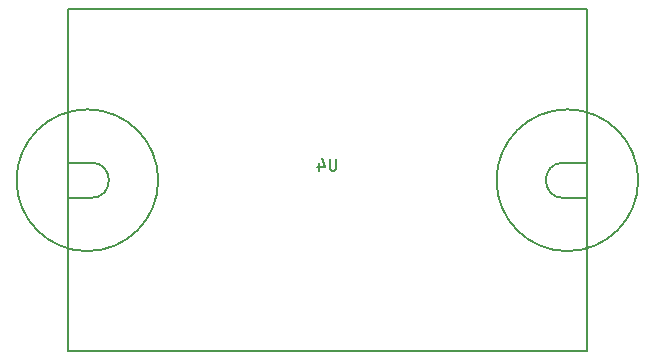
<source format=gbr>
G04 #@! TF.FileFunction,Legend,Bot*
%FSLAX46Y46*%
G04 Gerber Fmt 4.6, Leading zero omitted, Abs format (unit mm)*
G04 Created by KiCad (PCBNEW 4.0.1-2.fc23-product) date Fri 08 Jan 2016 07:43:49 PM MST*
%MOMM*%
G01*
G04 APERTURE LIST*
%ADD10C,0.100000*%
%ADD11C,0.150000*%
G04 APERTURE END LIST*
D10*
D11*
X125680000Y-97000000D02*
G75*
G03X125680000Y-97000000I-6000000J0D01*
G01*
X166320000Y-97000000D02*
G75*
G03X166320000Y-97000000I-6000000J0D01*
G01*
X160000000Y-98500000D02*
X162000000Y-98500000D01*
X160000000Y-95500000D02*
X162000000Y-95500000D01*
X120000000Y-95500000D02*
X118000000Y-95500000D01*
X120000000Y-98500000D02*
X118000000Y-98500000D01*
X120000000Y-95500000D02*
G75*
G02X120000000Y-98500000I0J-1500000D01*
G01*
X160000000Y-98500000D02*
G75*
G02X160000000Y-95500000I0J1500000D01*
G01*
X160000000Y-98500000D02*
G75*
G02X160000000Y-95500000I0J1500000D01*
G01*
X160000000Y-98500000D02*
G75*
G02X160000000Y-95500000I0J1500000D01*
G01*
X160000000Y-98500000D02*
G75*
G02X160000000Y-95500000I0J1500000D01*
G01*
X118000000Y-82500000D02*
X162000000Y-82500000D01*
X162000000Y-82500000D02*
X162000000Y-111500000D01*
X162000000Y-111500000D02*
X118000000Y-111500000D01*
X118000000Y-82500000D02*
X118000000Y-111500000D01*
X140761905Y-95182381D02*
X140761905Y-95991905D01*
X140714286Y-96087143D01*
X140666667Y-96134762D01*
X140571429Y-96182381D01*
X140380952Y-96182381D01*
X140285714Y-96134762D01*
X140238095Y-96087143D01*
X140190476Y-95991905D01*
X140190476Y-95182381D01*
X139285714Y-95515714D02*
X139285714Y-96182381D01*
X139523810Y-95134762D02*
X139761905Y-95849048D01*
X139142857Y-95849048D01*
M02*

</source>
